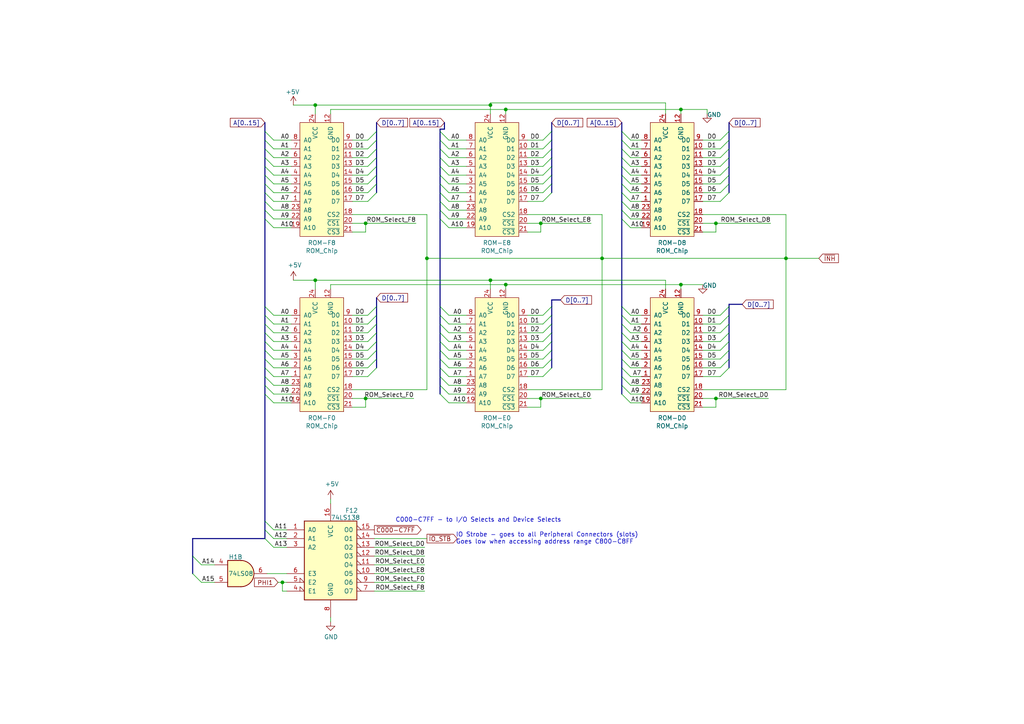
<source format=kicad_sch>
(kicad_sch (version 20230121) (generator eeschema)
  (paper "A4")
  (title_block (title "Apple II+ Schematic") (rev "0") (comment 1 "Captured from the Apple II Reference Manual (1979)"))
  (lib_symbols
    (symbol "74xx:74LS08" (pin_names (offset 1.016))
      (property "Reference" "U" (at 0 1.27 0))
      (property "Value" "74LS08" (at 0 -1.27 0))
      (symbol "74LS08_1_1"
        (arc (start 0 -3.81) (mid 3.7934 0) (end 0 3.81) (stroke (width 0.254)) (fill (type background)))
        (polyline (pts (xy 0 3.81) (xy -3.81 3.81) (xy -3.81 -3.81) (xy 0 -3.81)) (stroke (width 0.254)) (fill (type background)))
        (pin input line (at -7.62 2.54 0) (length 3.81) (name "~") (number "1"))
        (pin input line (at -7.62 -2.54 0) (length 3.81) (name "~") (number "2"))
        (pin output line (at 7.62 0 180) (length 3.81) (name "~") (number "3"))
      )
      (symbol "74LS08_1_2"
        (arc (start -3.81 -3.81) (mid -2.589 0) (end -3.81 3.81) (stroke (width 0.254)))
        (arc (start -0.6096 -3.81) (mid 2.1842 -2.5851) (end 3.81 0) (stroke (width 0.254)) (fill (type background)))
        (polyline (pts (xy -3.81 -3.81) (xy -0.635 -3.81)) (stroke (width 0.254)) (fill (type background)))
        (polyline (pts (xy -3.81 3.81) (xy -0.635 3.81)) (stroke (width 0.254)) (fill (type background)))
        (polyline (pts (xy -0.635 3.81) (xy -3.81 3.81) (xy -3.81 3.81) (xy -3.556 3.4036) (xy -3.0226 2.2606) (xy -2.6924 1.0414) (xy -2.6162 -0.254) (xy -2.7686 -1.4986) (xy -3.175 -2.7178) (xy -3.81 -3.81) (xy -3.81 -3.81) (xy -0.635 -3.81)) (stroke (width -25.4)) (fill (type background)))
        (arc (start 3.81 0) (mid 2.1915 2.5936) (end -0.6096 3.81) (stroke (width 0.254)) (fill (type background)))
        (pin input inverted (at -7.62 2.54 0) (length 4.318) (name "~") (number "1"))
        (pin input inverted (at -7.62 -2.54 0) (length 4.318) (name "~") (number "2"))
        (pin output inverted (at 7.62 0 180) (length 3.81) (name "~") (number "3"))
      )
      (symbol "74LS08_2_1"
        (arc (start 0 -3.81) (mid 3.7934 0) (end 0 3.81) (stroke (width 0.254)) (fill (type background)))
        (polyline (pts (xy 0 3.81) (xy -3.81 3.81) (xy -3.81 -3.81) (xy 0 -3.81)) (stroke (width 0.254)) (fill (type background)))
        (pin input line (at -7.62 2.54 0) (length 3.81) (name "~") (number "4"))
        (pin input line (at -7.62 -2.54 0) (length 3.81) (name "~") (number "5"))
        (pin output line (at 7.62 0 180) (length 3.81) (name "~") (number "6"))
      )
      (symbol "74LS08_2_2"
        (arc (start -3.81 -3.81) (mid -2.589 0) (end -3.81 3.81) (stroke (width 0.254)))
        (arc (start -0.6096 -3.81) (mid 2.1842 -2.5851) (end 3.81 0) (stroke (width 0.254)) (fill (type background)))
        (polyline (pts (xy -3.81 -3.81) (xy -0.635 -3.81)) (stroke (width 0.254)) (fill (type background)))
        (polyline (pts (xy -3.81 3.81) (xy -0.635 3.81)) (stroke (width 0.254)) (fill (type background)))
        (polyline (pts (xy -0.635 3.81) (xy -3.81 3.81) (xy -3.81 3.81) (xy -3.556 3.4036) (xy -3.0226 2.2606) (xy -2.6924 1.0414) (xy -2.6162 -0.254) (xy -2.7686 -1.4986) (xy -3.175 -2.7178) (xy -3.81 -3.81) (xy -3.81 -3.81) (xy -0.635 -3.81)) (stroke (width -25.4)) (fill (type background)))
        (arc (start 3.81 0) (mid 2.1915 2.5936) (end -0.6096 3.81) (stroke (width 0.254)) (fill (type background)))
        (pin input inverted (at -7.62 2.54 0) (length 4.318) (name "~") (number "4"))
        (pin input inverted (at -7.62 -2.54 0) (length 4.318) (name "~") (number "5"))
        (pin output inverted (at 7.62 0 180) (length 3.81) (name "~") (number "6"))
      )
      (symbol "74LS08_3_1"
        (arc (start 0 -3.81) (mid 3.7934 0) (end 0 3.81) (stroke (width 0.254)) (fill (type background)))
        (polyline (pts (xy 0 3.81) (xy -3.81 3.81) (xy -3.81 -3.81) (xy 0 -3.81)) (stroke (width 0.254)) (fill (type background)))
        (pin input line (at -7.62 -2.54 0) (length 3.81) (name "~") (number "10"))
        (pin output line (at 7.62 0 180) (length 3.81) (name "~") (number "8"))
        (pin input line (at -7.62 2.54 0) (length 3.81) (name "~") (number "9"))
      )
      (symbol "74LS08_3_2"
        (arc (start -3.81 -3.81) (mid -2.589 0) (end -3.81 3.81) (stroke (width 0.254)))
        (arc (start -0.6096 -3.81) (mid 2.1842 -2.5851) (end 3.81 0) (stroke (width 0.254)) (fill (type background)))
        (polyline (pts (xy -3.81 -3.81) (xy -0.635 -3.81)) (stroke (width 0.254)) (fill (type background)))
        (polyline (pts (xy -3.81 3.81) (xy -0.635 3.81)) (stroke (width 0.254)) (fill (type background)))
        (polyline (pts (xy -0.635 3.81) (xy -3.81 3.81) (xy -3.81 3.81) (xy -3.556 3.4036) (xy -3.0226 2.2606) (xy -2.6924 1.0414) (xy -2.6162 -0.254) (xy -2.7686 -1.4986) (xy -3.175 -2.7178) (xy -3.81 -3.81) (xy -3.81 -3.81) (xy -0.635 -3.81)) (stroke (width -25.4)) (fill (type background)))
        (arc (start 3.81 0) (mid 2.1915 2.5936) (end -0.6096 3.81) (stroke (width 0.254)) (fill (type background)))
        (pin input inverted (at -7.62 -2.54 0) (length 4.318) (name "~") (number "10"))
        (pin output inverted (at 7.62 0 180) (length 3.81) (name "~") (number "8"))
        (pin input inverted (at -7.62 2.54 0) (length 4.318) (name "~") (number "9"))
      )
      (symbol "74LS08_4_1"
        (arc (start 0 -3.81) (mid 3.7934 0) (end 0 3.81) (stroke (width 0.254)) (fill (type background)))
        (polyline (pts (xy 0 3.81) (xy -3.81 3.81) (xy -3.81 -3.81) (xy 0 -3.81)) (stroke (width 0.254)) (fill (type background)))
        (pin output line (at 7.62 0 180) (length 3.81) (name "~") (number "11"))
        (pin input line (at -7.62 2.54 0) (length 3.81) (name "~") (number "12"))
        (pin input line (at -7.62 -2.54 0) (length 3.81) (name "~") (number "13"))
      )
      (symbol "74LS08_4_2"
        (arc (start -3.81 -3.81) (mid -2.589 0) (end -3.81 3.81) (stroke (width 0.254)))
        (arc (start -0.6096 -3.81) (mid 2.1842 -2.5851) (end 3.81 0) (stroke (width 0.254)) (fill (type background)))
        (polyline (pts (xy -3.81 -3.81) (xy -0.635 -3.81)) (stroke (width 0.254)) (fill (type background)))
        (polyline (pts (xy -3.81 3.81) (xy -0.635 3.81)) (stroke (width 0.254)) (fill (type background)))
        (polyline (pts (xy -0.635 3.81) (xy -3.81 3.81) (xy -3.81 3.81) (xy -3.556 3.4036) (xy -3.0226 2.2606) (xy -2.6924 1.0414) (xy -2.6162 -0.254) (xy -2.7686 -1.4986) (xy -3.175 -2.7178) (xy -3.81 -3.81) (xy -3.81 -3.81) (xy -0.635 -3.81)) (stroke (width -25.4)) (fill (type background)))
        (arc (start 3.81 0) (mid 2.1915 2.5936) (end -0.6096 3.81) (stroke (width 0.254)) (fill (type background)))
        (pin output inverted (at 7.62 0 180) (length 3.81) (name "~") (number "11"))
        (pin input inverted (at -7.62 2.54 0) (length 4.318) (name "~") (number "12"))
        (pin input inverted (at -7.62 -2.54 0) (length 4.318) (name "~") (number "13"))
      )
      (symbol "74LS08_5_0"
        (pin power_in line (at 0 12.7 270) (length 5.08) (name "VCC") (number "14"))
        (pin power_in line (at 0 -12.7 90) (length 5.08) (name "GND") (number "7"))
      )
      (symbol "74LS08_5_1"
        (rectangle (start -5.08 7.62) (end 5.08 -7.62) (stroke (width 0.254)) (fill (type background)))
      )
    )
    (symbol "74xx:74LS138" (pin_names (offset 1.016))
      (property "Reference" "U" (at -7.62 11.43 0))
      (property "Value" "74LS138" (at -7.62 -13.97 0))
      (symbol "74LS138_1_0"
        (pin input line (at -12.7 7.62 0) (length 5.08) (name "A0") (number "1"))
        (pin output output_low (at 12.7 -5.08 180) (length 5.08) (name "O5") (number "10"))
        (pin output output_low (at 12.7 -2.54 180) (length 5.08) (name "O4") (number "11"))
        (pin output output_low (at 12.7 0 180) (length 5.08) (name "O3") (number "12"))
        (pin output output_low (at 12.7 2.54 180) (length 5.08) (name "O2") (number "13"))
        (pin output output_low (at 12.7 5.08 180) (length 5.08) (name "O1") (number "14"))
        (pin output output_low (at 12.7 7.62 180) (length 5.08) (name "O0") (number "15"))
        (pin power_in line (at 0 15.24 270) (length 5.08) (name "VCC") (number "16"))
        (pin input line (at -12.7 5.08 0) (length 5.08) (name "A1") (number "2"))
        (pin input line (at -12.7 2.54 0) (length 5.08) (name "A2") (number "3"))
        (pin input input_low (at -12.7 -10.16 0) (length 5.08) (name "E1") (number "4"))
        (pin input input_low (at -12.7 -7.62 0) (length 5.08) (name "E2") (number "5"))
        (pin input line (at -12.7 -5.08 0) (length 5.08) (name "E3") (number "6"))
        (pin output output_low (at 12.7 -10.16 180) (length 5.08) (name "O7") (number "7"))
        (pin power_in line (at 0 -17.78 90) (length 5.08) (name "GND") (number "8"))
        (pin output output_low (at 12.7 -7.62 180) (length 5.08) (name "O6") (number "9"))
      )
      (symbol "74LS138_1_1"
        (rectangle (start -7.62 10.16) (end 7.62 -12.7) (stroke (width 0.254)) (fill (type background)))
      )
    )
    (symbol "AppleII+:ROM_Chip" (pin_names (offset 1.016))
      (property "Reference" "U" (at 5.842 21.59 0))
      (property "Value" "ROM_Chip" (at 3.048 -13.97 0))
      (symbol "ROM_Chip_0_1"
        (rectangle (start -5.08 20.32) (end 7.62 -12.7) (fill (type background)))
      )
      (symbol "ROM_Chip_1_1"
        (pin input line (at -7.62 -2.54 0) (length 2.54) (name "A7") (number "1"))
        (pin tri_state line (at 10.16 12.7 180) (length 2.54) (name "D1") (number "10"))
        (pin tri_state line (at 10.16 10.16 180) (length 2.54) (name "D2") (number "11"))
        (pin power_in line (at 3.81 22.86 270) (length 2.54) (name "GND") (number "12"))
        (pin tri_state line (at 10.16 7.62 180) (length 2.54) (name "D3") (number "13"))
        (pin tri_state line (at 10.16 5.08 180) (length 2.54) (name "D4") (number "14"))
        (pin tri_state line (at 10.16 2.54 180) (length 2.54) (name "D5") (number "15"))
        (pin tri_state line (at 10.16 0 180) (length 2.54) (name "D6") (number "16"))
        (pin tri_state line (at 10.16 -2.54 180) (length 2.54) (name "D7") (number "17"))
        (pin input line (at 10.16 -6.35 180) (length 2.54) (name "CS2") (number "18"))
        (pin input line (at -7.62 -10.16 0) (length 2.54) (name "A10") (number "19"))
        (pin input line (at -7.62 0 0) (length 2.54) (name "A6") (number "2"))
        (pin input line (at 10.16 -8.89 180) (length 2.54) (name "~{CS1}") (number "20"))
        (pin input line (at 10.16 -11.43 180) (length 2.54) (name "~{CS3}") (number "21"))
        (pin input line (at -7.62 -7.62 0) (length 2.54) (name "A9") (number "22"))
        (pin input line (at -7.62 -5.08 0) (length 2.54) (name "A8") (number "23"))
        (pin power_in line (at -0.635 22.86 270) (length 2.54) (name "VCC") (number "24"))
        (pin input line (at -7.62 2.54 0) (length 2.54) (name "A5") (number "3"))
        (pin input line (at -7.62 5.08 0) (length 2.54) (name "A4") (number "4"))
        (pin input line (at -7.62 7.62 0) (length 2.54) (name "A3") (number "5"))
        (pin input line (at -7.62 10.16 0) (length 2.54) (name "A2") (number "6"))
        (pin input line (at -7.62 12.7 0) (length 2.54) (name "A1") (number "7"))
        (pin input line (at -7.62 15.24 0) (length 2.54) (name "A0") (number "8"))
        (pin tri_state line (at 10.16 15.24 180) (length 2.54) (name "D0") (number "9"))
      )
    )
    (symbol "power:+5V" (power) (pin_names (offset 0))
      (property "Value" "+5V" (at 0 3.556 0))
      (symbol "+5V_0_1"
        (polyline (pts (xy -0.762 1.27) (xy 0 2.54)))
        (polyline (pts (xy 0 0) (xy 0 2.54)))
        (polyline (pts (xy 0 2.54) (xy 0.762 1.27)))
      )
      (symbol "+5V_1_1"
        (pin power_in line (at 0 0 90) (length 0) hide (name "+5V") (number "1"))
      )
    )
    (symbol "power:GND" (power) (pin_names (offset 0))
      (property "Value" "GND" (at 0 -3.81 0))
      (symbol "GND_0_1"
        (polyline (pts (xy 0 0) (xy 0 -1.27) (xy 1.27 -1.27) (xy 0 -2.54) (xy -1.27 -1.27) (xy 0 -1.27)))
      )
      (symbol "GND_1_1"
        (pin power_in line (at 0 0 270) (length 0) hide (name "GND") (number "1"))
      )
    )
  )
  (junction (at 146.685 82.55))
  (junction (at 207.645 64.77))
  (junction (at 227.965 74.93))
  (junction (at 123.825 74.93))
  (junction (at 197.485 31.75))
  (junction (at 197.485 82.55))
  (junction (at 174.625 74.93))
  (junction (at 106.045 115.57))
  (junction (at 142.24 30.48))
  (junction (at 91.44 81.28))
  (junction (at 207.645 115.57))
  (junction (at 146.685 31.75))
  (junction (at 156.845 64.77))
  (junction (at 142.24 81.28))
  (junction (at 91.44 30.48))
  (junction (at 156.845 115.57))
  (junction (at 106.045 64.77))
  (junction (at 81.915 168.91))
  (bus_entry (at 160.02 48.26) (size -2.54 2.54))
  (bus_entry (at 109.22 38.1) (size -2.54 2.54))
  (bus_entry (at 76.835 104.14) (size 2.54 2.54))
  (bus_entry (at 160.02 88.9) (size -2.54 2.54))
  (bus_entry (at 76.835 63.5) (size 2.54 2.54))
  (bus_entry (at 109.22 50.8) (size -2.54 2.54))
  (bus_entry (at 76.835 88.9) (size 2.54 2.54))
  (bus_entry (at 211.455 55.88) (size -2.54 2.54))
  (bus_entry (at 127.635 40.64) (size 2.54 2.54))
  (bus_entry (at 160.02 53.34) (size -2.54 2.54))
  (bus_entry (at 180.34 111.76) (size 2.54 2.54))
  (bus_entry (at 76.835 43.18) (size 2.54 2.54))
  (bus_entry (at 127.635 55.88) (size 2.54 2.54))
  (bus_entry (at 76.835 38.1) (size 2.54 2.54))
  (bus_entry (at 160.02 45.72) (size -2.54 2.54))
  (bus_entry (at 109.22 101.6) (size -2.54 2.54))
  (bus_entry (at 211.455 106.68) (size -2.54 2.54))
  (bus_entry (at 55.88 161.29) (size 2.54 2.54))
  (bus_entry (at 109.22 48.26) (size -2.54 2.54))
  (bus_entry (at 160.02 91.44) (size -2.54 2.54))
  (bus_entry (at 76.835 109.22) (size 2.54 2.54))
  (bus_entry (at 160.02 93.98) (size -2.54 2.54))
  (bus_entry (at 180.34 114.3) (size 2.54 2.54))
  (bus_entry (at 180.34 60.96) (size 2.54 2.54))
  (bus_entry (at 109.22 53.34) (size -2.54 2.54))
  (bus_entry (at 76.835 114.3) (size 2.54 2.54))
  (bus_entry (at 160.02 99.06) (size -2.54 2.54))
  (bus_entry (at 127.635 111.76) (size 2.54 2.54))
  (bus_entry (at 180.34 93.98) (size 2.54 2.54))
  (bus_entry (at 127.635 48.26) (size 2.54 2.54))
  (bus_entry (at 211.455 50.8) (size -2.54 2.54))
  (bus_entry (at 180.34 91.44) (size 2.54 2.54))
  (bus_entry (at 160.02 38.1) (size -2.54 2.54))
  (bus_entry (at 160.02 55.88) (size -2.54 2.54))
  (bus_entry (at 127.635 60.96) (size 2.54 2.54))
  (bus_entry (at 109.22 43.18) (size -2.54 2.54))
  (bus_entry (at 76.835 55.88) (size 2.54 2.54))
  (bus_entry (at 180.34 104.14) (size 2.54 2.54))
  (bus_entry (at 180.34 38.1) (size 2.54 2.54))
  (bus_entry (at 109.22 96.52) (size -2.54 2.54))
  (bus_entry (at 127.635 58.42) (size 2.54 2.54))
  (bus_entry (at 76.835 96.52) (size 2.54 2.54))
  (bus_entry (at 180.34 99.06) (size 2.54 2.54))
  (bus_entry (at 55.88 166.37) (size 2.54 2.54))
  (bus_entry (at 160.02 50.8) (size -2.54 2.54))
  (bus_entry (at 211.455 38.1) (size -2.54 2.54))
  (bus_entry (at 160.02 104.14) (size -2.54 2.54))
  (bus_entry (at 127.635 104.14) (size 2.54 2.54))
  (bus_entry (at 211.455 96.52) (size -2.54 2.54))
  (bus_entry (at 211.455 43.18) (size -2.54 2.54))
  (bus_entry (at 109.22 55.88) (size -2.54 2.54))
  (bus_entry (at 160.02 101.6) (size -2.54 2.54))
  (bus_entry (at 76.835 101.6) (size 2.54 2.54))
  (bus_entry (at 160.02 96.52) (size -2.54 2.54))
  (bus_entry (at 160.02 40.64) (size -2.54 2.54))
  (bus_entry (at 127.635 93.98) (size 2.54 2.54))
  (bus_entry (at 109.22 40.64) (size -2.54 2.54))
  (bus_entry (at 127.635 109.22) (size 2.54 2.54))
  (bus_entry (at 127.635 53.34) (size 2.54 2.54))
  (bus_entry (at 109.22 45.72) (size -2.54 2.54))
  (bus_entry (at 127.635 99.06) (size 2.54 2.54))
  (bus_entry (at 211.455 93.98) (size -2.54 2.54))
  (bus_entry (at 180.34 109.22) (size 2.54 2.54))
  (bus_entry (at 180.34 58.42) (size 2.54 2.54))
  (bus_entry (at 127.635 88.9) (size 2.54 2.54))
  (bus_entry (at 76.835 48.26) (size 2.54 2.54))
  (bus_entry (at 127.635 63.5) (size 2.54 2.54))
  (bus_entry (at 76.835 153.67) (size 2.54 2.54))
  (bus_entry (at 76.835 45.72) (size 2.54 2.54))
  (bus_entry (at 160.02 106.68) (size -2.54 2.54))
  (bus_entry (at 180.34 55.88) (size 2.54 2.54))
  (bus_entry (at 211.455 101.6) (size -2.54 2.54))
  (bus_entry (at 109.22 104.14) (size -2.54 2.54))
  (bus_entry (at 180.34 63.5) (size 2.54 2.54))
  (bus_entry (at 127.635 38.1) (size 2.54 2.54))
  (bus_entry (at 211.455 53.34) (size -2.54 2.54))
  (bus_entry (at 76.835 156.21) (size 2.54 2.54))
  (bus_entry (at 211.455 40.64) (size -2.54 2.54))
  (bus_entry (at 109.22 88.9) (size -2.54 2.54))
  (bus_entry (at 211.455 48.26) (size -2.54 2.54))
  (bus_entry (at 211.455 45.72) (size -2.54 2.54))
  (bus_entry (at 76.835 91.44) (size 2.54 2.54))
  (bus_entry (at 180.34 40.64) (size 2.54 2.54))
  (bus_entry (at 76.835 53.34) (size 2.54 2.54))
  (bus_entry (at 109.22 106.68) (size -2.54 2.54))
  (bus_entry (at 180.34 53.34) (size 2.54 2.54))
  (bus_entry (at 127.635 91.44) (size 2.54 2.54))
  (bus_entry (at 127.635 101.6) (size 2.54 2.54))
  (bus_entry (at 211.455 88.9) (size -2.54 2.54))
  (bus_entry (at 180.34 45.72) (size 2.54 2.54))
  (bus_entry (at 180.34 48.26) (size 2.54 2.54))
  (bus_entry (at 76.835 50.8) (size 2.54 2.54))
  (bus_entry (at 127.635 96.52) (size 2.54 2.54))
  (bus_entry (at 127.635 106.68) (size 2.54 2.54))
  (bus_entry (at 160.02 43.18) (size -2.54 2.54))
  (bus_entry (at 109.22 93.98) (size -2.54 2.54))
  (bus_entry (at 76.835 60.96) (size 2.54 2.54))
  (bus_entry (at 76.835 151.13) (size 2.54 2.54))
  (bus_entry (at 76.835 58.42) (size 2.54 2.54))
  (bus_entry (at 127.635 50.8) (size 2.54 2.54))
  (bus_entry (at 211.455 91.44) (size -2.54 2.54))
  (bus_entry (at 180.34 96.52) (size 2.54 2.54))
  (bus_entry (at 180.34 101.6) (size 2.54 2.54))
  (bus_entry (at 180.34 106.68) (size 2.54 2.54))
  (bus_entry (at 180.34 50.8) (size 2.54 2.54))
  (bus_entry (at 180.34 43.18) (size 2.54 2.54))
  (bus_entry (at 76.835 106.68) (size 2.54 2.54))
  (bus_entry (at 127.635 114.3) (size 2.54 2.54))
  (bus_entry (at 211.455 104.14) (size -2.54 2.54))
  (bus_entry (at 109.22 99.06) (size -2.54 2.54))
  (bus_entry (at 211.455 99.06) (size -2.54 2.54))
  (bus_entry (at 127.635 43.18) (size 2.54 2.54))
  (bus_entry (at 109.22 91.44) (size -2.54 2.54))
  (bus_entry (at 76.835 93.98) (size 2.54 2.54))
  (bus_entry (at 76.835 40.64) (size 2.54 2.54))
  (bus_entry (at 180.34 88.9) (size 2.54 2.54))
  (bus_entry (at 76.835 99.06) (size 2.54 2.54))
  (bus_entry (at 127.635 45.72) (size 2.54 2.54))
  (bus_entry (at 76.835 111.76) (size 2.54 2.54))
  (bus (pts (xy 127.635 104.14) (xy 127.635 106.68)))
  (wire (pts (xy 182.88 99.06) (xy 186.055 99.06)))
  (wire (pts (xy 108.585 168.91) (xy 123.19 168.91)))
  (bus (pts (xy 109.22 35.56) (xy 109.22 38.1)))
  (wire (pts (xy 108.585 163.83) (xy 123.19 163.83)))
  (bus (pts (xy 180.34 58.42) (xy 180.34 60.96)))
  (bus (pts (xy 211.455 101.6) (xy 211.455 104.14)))
  (bus (pts (xy 127.635 99.06) (xy 127.635 101.6)))
  (wire (pts (xy 102.235 101.6) (xy 106.68 101.6)))
  (wire (pts (xy 174.625 74.93) (xy 174.625 62.23)))
  (wire (pts (xy 106.045 67.31) (xy 102.235 67.31)))
  (bus (pts (xy 211.455 53.34) (xy 211.455 55.88)))
  (wire (pts (xy 197.485 31.75) (xy 205.105 31.75)))
  (wire (pts (xy 182.88 48.26) (xy 186.055 48.26)))
  (wire (pts (xy 81.915 171.45) (xy 83.185 171.45)))
  (bus (pts (xy 211.455 88.9) (xy 211.455 91.44)))
  (wire (pts (xy 123.825 113.03) (xy 123.825 74.93)))
  (wire (pts (xy 203.835 40.64) (xy 208.915 40.64)))
  (wire (pts (xy 146.685 33.02) (xy 146.685 31.75)))
  (bus (pts (xy 160.02 96.52) (xy 160.02 99.06)))
  (bus (pts (xy 76.835 60.96) (xy 76.835 63.5)))
  (bus (pts (xy 128.905 37.465) (xy 128.905 35.56)))
  (wire (pts (xy 153.035 93.98) (xy 157.48 93.98)))
  (wire (pts (xy 123.825 62.23) (xy 102.235 62.23)))
  (bus (pts (xy 127.635 111.76) (xy 127.635 114.3)))
  (wire (pts (xy 153.035 106.68) (xy 157.48 106.68)))
  (wire (pts (xy 85.09 81.28) (xy 91.44 81.28)))
  (wire (pts (xy 153.035 55.88) (xy 157.48 55.88)))
  (wire (pts (xy 156.845 115.57) (xy 171.45 115.57)))
  (wire (pts (xy 153.035 109.22) (xy 157.48 109.22)))
  (bus (pts (xy 127.635 48.26) (xy 127.635 50.8)))
  (wire (pts (xy 203.835 45.72) (xy 208.915 45.72)))
  (wire (pts (xy 182.88 106.68) (xy 186.055 106.68)))
  (wire (pts (xy 81.915 168.91) (xy 81.915 171.45)))
  (bus (pts (xy 211.455 48.26) (xy 211.455 50.8)))
  (wire (pts (xy 142.24 81.28) (xy 193.04 81.28)))
  (bus (pts (xy 76.835 91.44) (xy 76.835 93.98)))
  (wire (pts (xy 79.375 109.22) (xy 84.455 109.22)))
  (bus (pts (xy 109.22 50.8) (xy 109.22 53.34)))
  (wire (pts (xy 193.04 81.28) (xy 193.04 83.82)))
  (wire (pts (xy 130.175 48.26) (xy 135.255 48.26)))
  (wire (pts (xy 79.375 66.04) (xy 84.455 66.04)))
  (wire (pts (xy 79.375 153.67) (xy 83.185 153.67)))
  (wire (pts (xy 203.835 50.8) (xy 208.915 50.8)))
  (wire (pts (xy 130.175 63.5) (xy 135.255 63.5)))
  (bus (pts (xy 76.835 40.64) (xy 76.835 43.18)))
  (bus (pts (xy 211.455 91.44) (xy 211.455 93.98)))
  (wire (pts (xy 108.585 158.75) (xy 123.19 158.75)))
  (wire (pts (xy 79.375 99.06) (xy 84.455 99.06)))
  (bus (pts (xy 76.835 55.88) (xy 76.835 58.42)))
  (wire (pts (xy 182.88 116.84) (xy 186.055 116.84)))
  (wire (pts (xy 203.835 62.23) (xy 227.965 62.23)))
  (wire (pts (xy 130.175 109.22) (xy 135.255 109.22)))
  (wire (pts (xy 102.235 109.22) (xy 106.68 109.22)))
  (wire (pts (xy 197.485 82.55) (xy 203.835 82.55)))
  (bus (pts (xy 180.34 35.56) (xy 180.34 38.1)))
  (bus (pts (xy 76.835 38.1) (xy 76.835 40.64)))
  (wire (pts (xy 203.835 91.44) (xy 208.915 91.44)))
  (wire (pts (xy 182.88 45.72) (xy 186.055 45.72)))
  (wire (pts (xy 81.915 168.91) (xy 83.185 168.91)))
  (bus (pts (xy 76.835 58.42) (xy 76.835 60.96)))
  (bus (pts (xy 76.835 50.8) (xy 76.835 53.34)))
  (bus (pts (xy 109.22 93.98) (xy 109.22 96.52)))
  (wire (pts (xy 174.625 74.93) (xy 123.825 74.93)))
  (wire (pts (xy 182.88 96.52) (xy 186.055 96.52)))
  (wire (pts (xy 102.235 96.52) (xy 106.68 96.52)))
  (wire (pts (xy 106.045 64.77) (xy 106.045 67.31)))
  (bus (pts (xy 127.635 60.96) (xy 127.635 63.5)))
  (bus (pts (xy 211.455 50.8) (xy 211.455 53.34)))
  (bus (pts (xy 180.34 55.88) (xy 180.34 58.42)))
  (bus (pts (xy 180.34 48.26) (xy 180.34 50.8)))
  (wire (pts (xy 79.375 104.14) (xy 84.455 104.14)))
  (wire (pts (xy 203.835 109.22) (xy 208.915 109.22)))
  (wire (pts (xy 203.835 99.06) (xy 208.915 99.06)))
  (wire (pts (xy 182.88 58.42) (xy 186.055 58.42)))
  (wire (pts (xy 203.835 101.6) (xy 208.915 101.6)))
  (bus (pts (xy 160.02 38.1) (xy 160.02 40.64)))
  (wire (pts (xy 203.835 113.03) (xy 227.965 113.03)))
  (bus (pts (xy 160.02 53.34) (xy 160.02 55.88)))
  (bus (pts (xy 180.34 99.06) (xy 180.34 101.6)))
  (bus (pts (xy 180.34 38.1) (xy 180.34 40.64)))
  (bus (pts (xy 180.34 60.96) (xy 180.34 63.5)))
  (wire (pts (xy 182.88 40.64) (xy 186.055 40.64)))
  (wire (pts (xy 79.375 158.75) (xy 83.185 158.75)))
  (wire (pts (xy 85.09 30.48) (xy 91.44 30.48)))
  (wire (pts (xy 146.685 83.82) (xy 146.685 82.55)))
  (wire (pts (xy 156.845 64.77) (xy 156.845 67.31)))
  (wire (pts (xy 102.235 58.42) (xy 106.68 58.42)))
  (wire (pts (xy 91.44 83.82) (xy 91.44 81.28)))
  (bus (pts (xy 160.02 40.64) (xy 160.02 43.18)))
  (bus (pts (xy 180.34 91.44) (xy 180.34 93.98)))
  (bus (pts (xy 76.835 101.6) (xy 76.835 104.14)))
  (wire (pts (xy 156.845 67.31) (xy 153.035 67.31)))
  (wire (pts (xy 142.24 83.82) (xy 142.24 81.28)))
  (bus (pts (xy 180.34 50.8) (xy 180.34 53.34)))
  (wire (pts (xy 203.835 58.42) (xy 208.915 58.42)))
  (bus (pts (xy 109.22 43.18) (xy 109.22 45.72)))
  (bus (pts (xy 76.835 53.34) (xy 76.835 55.88)))
  (wire (pts (xy 95.885 144.78) (xy 95.885 146.05)))
  (wire (pts (xy 79.375 63.5) (xy 84.455 63.5)))
  (wire (pts (xy 79.375 111.76) (xy 84.455 111.76)))
  (wire (pts (xy 102.235 99.06) (xy 106.68 99.06)))
  (wire (pts (xy 182.88 66.04) (xy 186.055 66.04)))
  (wire (pts (xy 130.175 106.68) (xy 135.255 106.68)))
  (wire (pts (xy 153.035 101.6) (xy 157.48 101.6)))
  (wire (pts (xy 77.47 166.37) (xy 83.185 166.37)))
  (wire (pts (xy 227.965 62.23) (xy 227.965 74.93)))
  (wire (pts (xy 79.375 55.88) (xy 84.455 55.88)))
  (bus (pts (xy 127.635 38.1) (xy 127.635 40.64)))
  (wire (pts (xy 95.885 82.55) (xy 95.885 83.82)))
  (bus (pts (xy 76.835 45.72) (xy 76.835 48.26)))
  (bus (pts (xy 109.22 88.9) (xy 109.22 91.44)))
  (bus (pts (xy 76.835 96.52) (xy 76.835 99.06)))
  (wire (pts (xy 79.375 114.3) (xy 84.455 114.3)))
  (wire (pts (xy 102.235 45.72) (xy 106.68 45.72)))
  (wire (pts (xy 102.235 55.88) (xy 106.68 55.88)))
  (wire (pts (xy 95.885 179.07) (xy 95.885 180.34)))
  (wire (pts (xy 153.035 99.06) (xy 157.48 99.06)))
  (bus (pts (xy 127.635 63.5) (xy 127.635 88.9)))
  (bus (pts (xy 55.88 161.29) (xy 55.88 166.37)))
  (wire (pts (xy 130.175 58.42) (xy 135.255 58.42)))
  (bus (pts (xy 180.34 101.6) (xy 180.34 104.14)))
  (bus (pts (xy 127.635 53.34) (xy 127.635 55.88)))
  (wire (pts (xy 153.035 64.77) (xy 156.845 64.77)))
  (wire (pts (xy 203.835 64.77) (xy 207.645 64.77)))
  (bus (pts (xy 180.34 40.64) (xy 180.34 43.18)))
  (wire (pts (xy 156.845 118.11) (xy 153.035 118.11)))
  (wire (pts (xy 79.375 60.96) (xy 84.455 60.96)))
  (bus (pts (xy 160.02 88.9) (xy 160.02 91.44)))
  (wire (pts (xy 153.035 104.14) (xy 157.48 104.14)))
  (wire (pts (xy 91.44 33.02) (xy 91.44 30.48)))
  (wire (pts (xy 108.585 166.37) (xy 123.19 166.37)))
  (wire (pts (xy 203.835 55.88) (xy 208.915 55.88)))
  (wire (pts (xy 102.235 113.03) (xy 123.825 113.03)))
  (bus (pts (xy 180.34 63.5) (xy 180.34 88.9)))
  (bus (pts (xy 109.22 48.26) (xy 109.22 50.8)))
  (wire (pts (xy 108.585 171.45) (xy 123.19 171.45)))
  (wire (pts (xy 106.045 115.57) (xy 106.045 118.11)))
  (bus (pts (xy 160.02 93.98) (xy 160.02 96.52)))
  (wire (pts (xy 205.105 31.75) (xy 205.105 33.02)))
  (wire (pts (xy 153.035 48.26) (xy 157.48 48.26)))
  (wire (pts (xy 130.175 114.3) (xy 135.255 114.3)))
  (bus (pts (xy 127.635 40.64) (xy 127.635 43.18)))
  (bus (pts (xy 127.635 101.6) (xy 127.635 104.14)))
  (wire (pts (xy 106.045 115.57) (xy 120.015 115.57)))
  (wire (pts (xy 91.44 30.48) (xy 142.24 30.48)))
  (wire (pts (xy 182.88 111.76) (xy 186.055 111.76)))
  (wire (pts (xy 207.645 115.57) (xy 222.885 115.57)))
  (bus (pts (xy 211.455 93.98) (xy 211.455 96.52)))
  (bus (pts (xy 76.835 151.13) (xy 76.835 153.67)))
  (wire (pts (xy 130.175 66.04) (xy 135.255 66.04)))
  (bus (pts (xy 211.455 35.56) (xy 211.455 38.1)))
  (wire (pts (xy 203.835 106.68) (xy 208.915 106.68)))
  (bus (pts (xy 76.835 63.5) (xy 76.835 88.9)))
  (wire (pts (xy 130.175 116.84) (xy 135.255 116.84)))
  (bus (pts (xy 127.635 91.44) (xy 127.635 93.98)))
  (wire (pts (xy 227.965 74.93) (xy 237.49 74.93)))
  (wire (pts (xy 182.88 60.96) (xy 186.055 60.96)))
  (wire (pts (xy 207.645 118.11) (xy 203.835 118.11)))
  (wire (pts (xy 182.88 104.14) (xy 186.055 104.14)))
  (wire (pts (xy 203.835 104.14) (xy 208.915 104.14)))
  (bus (pts (xy 160.02 48.26) (xy 160.02 50.8)))
  (bus (pts (xy 180.34 111.76) (xy 180.34 114.3)))
  (wire (pts (xy 142.24 29.845) (xy 193.04 29.845)))
  (wire (pts (xy 146.685 82.55) (xy 197.485 82.55)))
  (bus (pts (xy 127.635 37.465) (xy 127.635 38.1)))
  (wire (pts (xy 130.175 99.06) (xy 135.255 99.06)))
  (bus (pts (xy 211.455 45.72) (xy 211.455 48.26)))
  (wire (pts (xy 227.965 113.03) (xy 227.965 74.93)))
  (bus (pts (xy 109.22 53.34) (xy 109.22 55.88)))
  (wire (pts (xy 156.845 115.57) (xy 156.845 118.11)))
  (wire (pts (xy 79.375 40.64) (xy 84.455 40.64)))
  (bus (pts (xy 211.455 88.265) (xy 211.455 88.9)))
  (wire (pts (xy 130.175 104.14) (xy 135.255 104.14)))
  (wire (pts (xy 146.685 31.75) (xy 197.485 31.75)))
  (wire (pts (xy 130.175 50.8) (xy 135.255 50.8)))
  (wire (pts (xy 207.645 67.31) (xy 203.835 67.31)))
  (wire (pts (xy 79.375 116.84) (xy 84.455 116.84)))
  (bus (pts (xy 127.635 58.42) (xy 127.635 60.96)))
  (bus (pts (xy 180.34 106.68) (xy 180.34 109.22)))
  (bus (pts (xy 127.635 37.465) (xy 128.905 37.465)))
  (wire (pts (xy 79.375 91.44) (xy 84.455 91.44)))
  (wire (pts (xy 130.175 93.98) (xy 135.255 93.98)))
  (bus (pts (xy 160.02 45.72) (xy 160.02 48.26)))
  (bus (pts (xy 76.835 99.06) (xy 76.835 101.6)))
  (wire (pts (xy 142.24 33.02) (xy 142.24 30.48)))
  (wire (pts (xy 203.835 53.34) (xy 208.915 53.34)))
  (bus (pts (xy 76.835 88.9) (xy 76.835 91.44)))
  (wire (pts (xy 203.835 93.98) (xy 208.915 93.98)))
  (wire (pts (xy 153.035 43.18) (xy 157.48 43.18)))
  (bus (pts (xy 109.22 45.72) (xy 109.22 48.26)))
  (wire (pts (xy 182.88 93.98) (xy 186.055 93.98)))
  (wire (pts (xy 182.88 101.6) (xy 186.055 101.6)))
  (bus (pts (xy 160.02 99.06) (xy 160.02 101.6)))
  (bus (pts (xy 76.835 43.18) (xy 76.835 45.72)))
  (bus (pts (xy 76.835 35.56) (xy 76.835 38.1)))
  (bus (pts (xy 211.455 99.06) (xy 211.455 101.6)))
  (wire (pts (xy 182.88 50.8) (xy 186.055 50.8)))
  (bus (pts (xy 160.02 86.995) (xy 160.02 88.9)))
  (wire (pts (xy 79.375 45.72) (xy 84.455 45.72)))
  (bus (pts (xy 76.835 104.14) (xy 76.835 106.68)))
  (bus (pts (xy 55.88 156.21) (xy 55.88 161.29)))
  (wire (pts (xy 153.035 115.57) (xy 156.845 115.57)))
  (bus (pts (xy 109.22 101.6) (xy 109.22 104.14)))
  (wire (pts (xy 79.375 48.26) (xy 84.455 48.26)))
  (wire (pts (xy 108.585 156.21) (xy 123.825 156.21)))
  (wire (pts (xy 182.88 53.34) (xy 186.055 53.34)))
  (bus (pts (xy 211.455 43.18) (xy 211.455 45.72)))
  (bus (pts (xy 211.455 96.52) (xy 211.455 99.06)))
  (wire (pts (xy 79.375 96.52) (xy 84.455 96.52)))
  (wire (pts (xy 142.24 29.845) (xy 142.24 30.48)))
  (wire (pts (xy 102.235 50.8) (xy 106.68 50.8)))
  (wire (pts (xy 182.88 114.3) (xy 186.055 114.3)))
  (wire (pts (xy 207.645 64.77) (xy 207.645 67.31)))
  (wire (pts (xy 203.835 48.26) (xy 208.915 48.26)))
  (bus (pts (xy 76.835 114.3) (xy 76.835 151.13)))
  (bus (pts (xy 109.22 96.52) (xy 109.22 99.06)))
  (bus (pts (xy 127.635 43.18) (xy 127.635 45.72)))
  (bus (pts (xy 127.635 50.8) (xy 127.635 53.34)))
  (bus (pts (xy 127.635 106.68) (xy 127.635 109.22)))
  (wire (pts (xy 106.045 64.77) (xy 120.65 64.77)))
  (wire (pts (xy 130.175 53.34) (xy 135.255 53.34)))
  (bus (pts (xy 76.835 153.67) (xy 76.835 156.21)))
  (bus (pts (xy 55.88 156.21) (xy 76.835 156.21)))
  (wire (pts (xy 91.44 81.28) (xy 142.24 81.28)))
  (wire (pts (xy 102.235 64.77) (xy 106.045 64.77)))
  (bus (pts (xy 180.34 93.98) (xy 180.34 96.52)))
  (wire (pts (xy 130.175 43.18) (xy 135.255 43.18)))
  (bus (pts (xy 109.22 91.44) (xy 109.22 93.98)))
  (bus (pts (xy 160.02 104.14) (xy 160.02 106.68)))
  (bus (pts (xy 109.22 104.14) (xy 109.22 106.68)))
  (wire (pts (xy 207.645 115.57) (xy 207.645 118.11)))
  (wire (pts (xy 79.375 53.34) (xy 84.455 53.34)))
  (wire (pts (xy 58.42 168.91) (xy 62.23 168.91)))
  (bus (pts (xy 180.34 109.22) (xy 180.34 111.76)))
  (wire (pts (xy 130.175 45.72) (xy 135.255 45.72)))
  (bus (pts (xy 109.22 86.36) (xy 109.22 88.9)))
  (bus (pts (xy 127.635 88.9) (xy 127.635 91.44)))
  (wire (pts (xy 102.235 104.14) (xy 106.68 104.14)))
  (bus (pts (xy 211.455 38.1) (xy 211.455 40.64)))
  (wire (pts (xy 79.375 156.21) (xy 83.185 156.21)))
  (wire (pts (xy 197.485 82.55) (xy 197.485 83.82)))
  (wire (pts (xy 130.175 55.88) (xy 135.255 55.88)))
  (bus (pts (xy 76.835 109.22) (xy 76.835 111.76)))
  (wire (pts (xy 174.625 113.03) (xy 174.625 74.93)))
  (bus (pts (xy 211.455 40.64) (xy 211.455 43.18)))
  (wire (pts (xy 79.375 58.42) (xy 84.455 58.42)))
  (wire (pts (xy 193.04 29.845) (xy 193.04 33.02)))
  (wire (pts (xy 123.825 74.93) (xy 123.825 62.23)))
  (wire (pts (xy 102.235 115.57) (xy 106.045 115.57)))
  (bus (pts (xy 160.02 50.8) (xy 160.02 53.34)))
  (wire (pts (xy 153.035 113.03) (xy 174.625 113.03)))
  (wire (pts (xy 130.175 60.96) (xy 135.255 60.96)))
  (wire (pts (xy 106.045 118.11) (xy 102.235 118.11)))
  (wire (pts (xy 102.235 53.34) (xy 106.68 53.34)))
  (bus (pts (xy 180.34 104.14) (xy 180.34 106.68)))
  (wire (pts (xy 79.375 101.6) (xy 84.455 101.6)))
  (wire (pts (xy 79.375 50.8) (xy 84.455 50.8)))
  (bus (pts (xy 127.635 55.88) (xy 127.635 58.42)))
  (wire (pts (xy 130.175 40.64) (xy 135.255 40.64)))
  (bus (pts (xy 127.635 45.72) (xy 127.635 48.26)))
  (bus (pts (xy 76.835 93.98) (xy 76.835 96.52)))
  (wire (pts (xy 153.035 53.34) (xy 157.48 53.34)))
  (wire (pts (xy 182.88 55.88) (xy 186.055 55.88)))
  (wire (pts (xy 79.375 106.68) (xy 84.455 106.68)))
  (bus (pts (xy 180.34 96.52) (xy 180.34 99.06)))
  (wire (pts (xy 153.035 45.72) (xy 157.48 45.72)))
  (wire (pts (xy 182.88 63.5) (xy 186.055 63.5)))
  (wire (pts (xy 153.035 91.44) (xy 157.48 91.44)))
  (wire (pts (xy 102.235 106.68) (xy 106.68 106.68)))
  (wire (pts (xy 130.175 111.76) (xy 135.255 111.76)))
  (wire (pts (xy 79.375 93.98) (xy 84.455 93.98)))
  (wire (pts (xy 102.235 43.18) (xy 106.68 43.18)))
  (wire (pts (xy 95.885 82.55) (xy 146.685 82.55)))
  (bus (pts (xy 109.22 38.1) (xy 109.22 40.64)))
  (bus (pts (xy 76.835 106.68) (xy 76.835 109.22)))
  (wire (pts (xy 203.835 43.18) (xy 208.915 43.18)))
  (wire (pts (xy 130.175 101.6) (xy 135.255 101.6)))
  (wire (pts (xy 153.035 58.42) (xy 157.48 58.42)))
  (wire (pts (xy 108.585 161.29) (xy 123.19 161.29)))
  (wire (pts (xy 182.88 109.22) (xy 186.055 109.22)))
  (bus (pts (xy 76.835 48.26) (xy 76.835 50.8)))
  (bus (pts (xy 180.34 45.72) (xy 180.34 48.26)))
  (bus (pts (xy 215.265 88.265) (xy 211.455 88.265)))
  (wire (pts (xy 79.375 43.18) (xy 84.455 43.18)))
  (wire (pts (xy 102.235 40.64) (xy 106.68 40.64)))
  (bus (pts (xy 160.02 91.44) (xy 160.02 93.98)))
  (wire (pts (xy 207.645 64.77) (xy 223.52 64.77)))
  (bus (pts (xy 109.22 99.06) (xy 109.22 101.6)))
  (wire (pts (xy 174.625 74.93) (xy 227.965 74.93)))
  (bus (pts (xy 127.635 96.52) (xy 127.635 99.06)))
  (bus (pts (xy 76.835 111.76) (xy 76.835 114.3)))
  (wire (pts (xy 182.88 91.44) (xy 186.055 91.44)))
  (wire (pts (xy 203.835 96.52) (xy 208.915 96.52)))
  (bus (pts (xy 211.455 104.14) (xy 211.455 106.68)))
  (wire (pts (xy 95.885 31.75) (xy 95.885 33.02)))
  (wire (pts (xy 102.235 91.44) (xy 106.68 91.44)))
  (wire (pts (xy 130.175 96.52) (xy 135.255 96.52)))
  (wire (pts (xy 174.625 62.23) (xy 153.035 62.23)))
  (wire (pts (xy 153.035 96.52) (xy 157.48 96.52)))
  (wire (pts (xy 182.88 43.18) (xy 186.055 43.18)))
  (wire (pts (xy 153.035 40.64) (xy 157.48 40.64)))
  (wire (pts (xy 80.645 168.91) (xy 81.915 168.91)))
  (wire (pts (xy 102.235 48.26) (xy 106.68 48.26)))
  (bus (pts (xy 162.56 86.995) (xy 160.02 86.995)))
  (wire (pts (xy 130.175 91.44) (xy 135.255 91.44)))
  (bus (pts (xy 160.02 101.6) (xy 160.02 104.14)))
  (wire (pts (xy 95.885 31.75) (xy 146.685 31.75)))
  (wire (pts (xy 197.485 33.02) (xy 197.485 31.75)))
  (wire (pts (xy 58.42 163.83) (xy 62.23 163.83)))
  (wire (pts (xy 203.835 115.57) (xy 207.645 115.57)))
  (bus (pts (xy 127.635 109.22) (xy 127.635 111.76)))
  (bus (pts (xy 180.34 43.18) (xy 180.34 45.72)))
  (bus (pts (xy 180.34 53.34) (xy 180.34 55.88)))
  (wire (pts (xy 153.035 50.8) (xy 157.48 50.8)))
  (wire (pts (xy 102.235 93.98) (xy 106.68 93.98)))
  (bus (pts (xy 127.635 93.98) (xy 127.635 96.52)))
  (bus (pts (xy 180.34 88.9) (xy 180.34 91.44)))
  (bus (pts (xy 160.02 43.18) (xy 160.02 45.72)))
  (bus (pts (xy 109.22 40.64) (xy 109.22 43.18)))
  (wire (pts (xy 156.845 64.77) (xy 171.45 64.77)))
  (bus (pts (xy 160.02 35.56) (xy 160.02 38.1)))
  (text "IO Strobe - goes to all Peripheral Connectors (slots)\nGoes low when accessing address range C800-C8FF" (at 132.207 157.988 0) (effects (font (size 1.27 1.27)) (justify left bottom)))
  (text "C000-C7FF - to I/O Selects and Device Selects" (at 114.681 151.638 0) (effects (font (size 1.27 1.27)) (justify left bottom)))
  (label "A5" (at 183.007 104.14 0))
  (label "D1" (at 153.797 43.18 0))
  (label "A11" (at 79.629 153.67 0))
  (label "A8" (at 183.007 111.76 0))
  (label "D4" (at 205.105 101.6 0))
  (label "A8" (at 131.445 111.76 0))
  (label "A0" (at 81.407 40.64 0))
  (label "A7" (at 130.81 58.42 0))
  (label "A2" (at 130.81 45.72 0))
  (label "D3" (at 153.797 48.26 0))
  (label "D6" (at 102.997 106.68 0))
  (label "A4" (at 81.407 101.6 0))
  (label "A3" (at 183.007 99.06 0))
  (label "D7" (at 102.997 58.42 0))
  (label "A2" (at 131.445 96.52 0))
  (label "A1" (at 81.407 43.18 0))
  (label "D2" (at 205.105 96.52 0))
  (label "D1" (at 102.997 43.18 0))
  (label "A4" (at 130.81 50.8 0))
  (label "A10" (at 183.007 66.04 0))
  (label "A12" (at 79.629 156.21 0))
  (label "A9" (at 81.407 63.5 0))
  (label "ROM_Select_F8" (at 120.65 64.77 180))
  (label "A0" (at 183.007 91.44 0))
  (label "ROM_Select_F8" (at 123.19 171.45 180))
  (label "ROM_Select_D0" (at 123.19 158.75 180))
  (label "D3" (at 205.105 99.06 0))
  (label "ROM_Select_D8" (at 223.52 64.77 180))
  (label "D6" (at 205.105 55.88 0))
  (label "A6" (at 81.407 55.88 0))
  (label "A15" (at 58.547 168.91 0))
  (label "D3" (at 205.105 48.26 0))
  (label "A1" (at 131.445 93.98 0))
  (label "A3" (at 131.445 99.06 0))
  (label "D3" (at 102.997 99.06 0))
  (label "A9" (at 183.007 114.3 0))
  (label "D4" (at 102.997 101.6 0))
  (label "A9" (at 81.407 114.3 0))
  (label "D7" (at 205.105 58.42 0))
  (label "D2" (at 205.105 45.72 0))
  (label "A3" (at 81.407 48.26 0))
  (label "A0" (at 183.007 40.64 0))
  (label "A2" (at 81.407 96.52 0))
  (label "A6" (at 131.445 106.68 0))
  (label "A0" (at 131.445 91.44 0))
  (label "A10" (at 81.407 116.84 0))
  (label "A2" (at 81.407 45.72 0))
  (label "D4" (at 153.797 101.6 0))
  (label "D5" (at 205.105 53.34 0))
  (label "A8" (at 130.81 60.96 0))
  (label "A5" (at 81.407 104.14 0))
  (label "A5" (at 183.007 53.34 0))
  (label "A10" (at 183.007 116.84 0))
  (label "A1" (at 130.81 43.18 0))
  (label "A6" (at 183.007 106.68 0))
  (label "D0" (at 205.105 91.44 0))
  (label "A5" (at 81.407 53.34 0))
  (label "A9" (at 183.007 63.5 0))
  (label "A4" (at 131.445 101.6 0))
  (label "A5" (at 131.445 104.14 0))
  (label "D2" (at 153.797 96.52 0))
  (label "ROM_Select_E0" (at 123.19 163.83 180))
  (label "D7" (at 102.997 109.22 0))
  (label "D0" (at 153.797 91.44 0))
  (label "D0" (at 102.997 91.44 0))
  (label "A3" (at 130.81 48.26 0))
  (label "D6" (at 205.105 106.68 0))
  (label "A5" (at 130.81 53.34 0))
  (label "D6" (at 153.797 55.88 0))
  (label "ROM_Select_F0" (at 123.19 168.91 180))
  (label "ROM_Select_D8" (at 123.19 161.29 180))
  (label "A4" (at 183.007 101.6 0))
  (label "D5" (at 102.997 53.34 0))
  (label "D6" (at 153.797 106.68 0))
  (label "D7" (at 205.105 109.22 0))
  (label "D2" (at 102.997 45.72 0))
  (label "A1" (at 81.407 93.98 0))
  (label "A10" (at 81.407 66.04 0))
  (label "A7" (at 183.007 58.42 0))
  (label "A0" (at 130.81 40.64 0))
  (label "D5" (at 102.997 104.14 0))
  (label "D1" (at 153.797 93.98 0))
  (label "D1" (at 205.105 93.98 0))
  (label "A8" (at 81.407 60.96 0))
  (label "D1" (at 102.997 93.98 0))
  (label "D5" (at 205.105 104.14 0))
  (label "A6" (at 183.007 55.88 0))
  (label "D4" (at 153.797 50.8 0))
  (label "D3" (at 102.997 48.26 0))
  (label "A9" (at 131.445 114.3 0))
  (label "ROM_Select_F0" (at 120.015 115.57 180))
  (label "ROM_Select_E8" (at 171.45 64.77 180))
  (label "A10" (at 131.445 116.84 0))
  (label "A7" (at 81.407 58.42 0))
  (label "D7" (at 153.797 109.22 0))
  (label "D5" (at 153.797 104.14 0))
  (label "D1" (at 205.105 43.18 0))
  (label "D7" (at 153.797 58.42 0))
  (label "A8" (at 81.407 111.76 0))
  (label "A0" (at 81.407 91.44 0))
  (label "D4" (at 205.105 50.8 0))
  (label "D0" (at 153.797 40.64 0))
  (label "D0" (at 205.105 40.64 0))
  (label "A8" (at 183.007 60.96 0))
  (label "A7" (at 131.445 109.22 0))
  (label "A3" (at 183.007 48.26 0))
  (label "D3" (at 153.797 99.06 0))
  (label "D2" (at 153.797 45.72 0))
  (label "ROM_Select_E8" (at 123.19 166.37 180))
  (label "A2" (at 183.007 45.72 0))
  (label "A7" (at 183.515 109.22 0))
  (label "D6" (at 102.997 55.88 0))
  (label "A3" (at 81.407 99.06 0))
  (label "D0" (at 102.997 40.64 0))
  (label "D5" (at 153.797 53.34 0))
  (label "A10" (at 130.81 66.04 0))
  (label "A14" (at 58.547 163.83 0))
  (label "A13" (at 79.629 158.75 0))
  (label "A1" (at 183.007 43.18 0))
  (label "D2" (at 102.997 96.52 0))
  (label "A4" (at 81.407 50.8 0))
  (label "ROM_Select_D0" (at 222.885 115.57 180))
  (label "A2" (at 183.515 96.52 0))
  (label "A1" (at 183.007 93.98 0))
  (label "D4" (at 102.997 50.8 0))
  (label "A7" (at 81.407 109.22 0))
  (label "ROM_Select_E0" (at 171.45 115.57 180))
  (label "A6" (at 81.407 106.68 0))
  (label "A4" (at 183.007 50.8 0))
  (label "A9" (at 130.81 63.5 0))
  (label "A6" (at 130.81 55.88 0))
  (global_label "A[0..15]" (shape input) (at 76.835 35.56 180) (property "Intersheetrefs" "${INTERSHEET_REFS}" (effects hide)))
  (global_label "A[0..15]" (shape input) (at 180.34 35.56 180) (property "Intersheetrefs" "${INTERSHEET_REFS}" (effects hide)))
  (global_label "D[0..7]" (shape input) (at 109.22 35.56 0) (property "Intersheetrefs" "${INTERSHEET_REFS}" (effects hide)))
  (global_label "~{IO_STB}" (shape output) (at 123.825 156.21 0) (property "Intersheetrefs" "${INTERSHEET_REFS}" (effects hide)))
  (global_label "A[0..15]" (shape input) (at 128.905 35.56 180) (property "Intersheetrefs" "${INTERSHEET_REFS}" (effects hide)))
  (global_label "~{C000-C7FF}" (shape output) (at 108.585 153.67 0) (property "Intersheetrefs" "${INTERSHEET_REFS}" (effects hide)))
  (global_label "D[0..7]" (shape input) (at 160.02 35.56 0) (property "Intersheetrefs" "${INTERSHEET_REFS}" (effects hide)))
  (global_label "PHI1" (shape input) (at 80.645 168.91 180) (property "Intersheetrefs" "${INTERSHEET_REFS}" (effects hide)))
  (global_label "D[0..7]" (shape input) (at 162.56 86.995 0) (property "Intersheetrefs" "${INTERSHEET_REFS}" (effects hide)))
  (global_label "D[0..7]" (shape input) (at 109.22 86.36 0) (property "Intersheetrefs" "${INTERSHEET_REFS}" (effects hide)))
  (global_label "D[0..7]" (shape input) (at 215.265 88.265 0) (property "Intersheetrefs" "${INTERSHEET_REFS}" (effects hide)))
  (global_label "D[0..7]" (shape input) (at 211.455 35.56 0) (property "Intersheetrefs" "${INTERSHEET_REFS}" (effects hide)))
  (global_label "~{INH}" (shape input) (at 237.49 74.93 0) (property "Intersheetrefs" "${INTERSHEET_REFS}" (effects hide)))
  (symbol (lib_id "74xx:74LS08") (at 69.85 166.37 0) (unit 2)
    (property "Reference" "H1" (at 68.326 161.544 0))
    (property "Value" "74LS08" (at 69.85 166.37 0))
    (property "Datasheet" "http://www.ti.com/lit/gpn/sn74LS08" (effects hide))
  )
  (symbol (lib_id "power:GND") (at 203.835 82.55 0) (unit 1)
    (property "Reference" "#PWR0131" (effects hide))
    (property "Value" "GND" (at 205.867 82.804 0))
  )
  (symbol (lib_id "AppleII+:ROM_Chip") (at 92.075 55.88 0) (unit 1)
    (property "Reference" "ROM-F8" (at 93.345 70.4342 0))
    (property "Value" "ROM_Chip" (at 93.345 72.7456 0))
  )
  (symbol (lib_id "AppleII+:ROM_Chip") (at 92.075 106.68 0) (unit 1)
    (property "Reference" "ROM-F0" (at 93.345 121.2342 0))
    (property "Value" "ROM_Chip" (at 93.345 123.5456 0))
  )
  (symbol (lib_id "AppleII+:ROM_Chip") (at 142.875 55.88 0) (unit 1)
    (property "Reference" "ROM-E8" (at 144.145 70.4342 0))
    (property "Value" "ROM_Chip" (at 144.145 72.7456 0))
  )
  (symbol (lib_id "AppleII+:ROM_Chip") (at 142.875 106.68 0) (unit 1)
    (property "Reference" "ROM-E0" (at 144.145 121.2342 0))
    (property "Value" "ROM_Chip" (at 144.145 123.5456 0))
  )
  (symbol (lib_id "AppleII+:ROM_Chip") (at 193.675 55.88 0) (unit 1)
    (property "Reference" "ROM-D8" (at 194.945 70.4342 0))
    (property "Value" "ROM_Chip" (at 194.945 72.7456 0))
  )
  (symbol (lib_id "AppleII+:ROM_Chip") (at 193.675 106.68 0) (unit 1)
    (property "Reference" "ROM-D0" (at 194.945 121.2342 0))
    (property "Value" "ROM_Chip" (at 194.945 123.5456 0))
  )
  (symbol (lib_id "power:+5V") (at 85.09 30.48 0) (unit 1)
    (property "Reference" "#PWR0126" (effects hide))
    (property "Value" "+5V" (at 84.836 26.67 0))
  )
  (symbol (lib_id "power:+5V") (at 85.09 81.28 0) (unit 1)
    (property "Reference" "#PWR0127" (effects hide))
    (property "Value" "+5V" (at 85.471 76.8858 0))
  )
  (symbol (lib_id "power:GND") (at 205.105 33.02 0) (unit 1)
    (property "Reference" "#PWR0128" (effects hide))
    (property "Value" "GND" (at 207.137 33.274 0))
  )
  (symbol (lib_id "74xx:74LS138") (at 95.885 161.29 0) (unit 1)
    (property "Reference" "F12" (at 101.981 148.082 0))
    (property "Value" "74LS138" (at 100.203 150.114 0))
    (property "Datasheet" "http://www.ti.com/lit/gpn/sn74LS138" (effects hide))
  )
  (symbol (lib_id "power:GND") (at 95.885 180.34 0) (unit 1)
    (property "Reference" "#PWR0129" (effects hide))
    (property "Value" "GND" (at 96.012 184.7342 0))
  )
  (symbol (lib_id "power:+5V") (at 95.885 144.78 0) (unit 1)
    (property "Reference" "#PWR0130" (effects hide))
    (property "Value" "+5V" (at 96.266 140.3858 0))
  )
)
</source>
